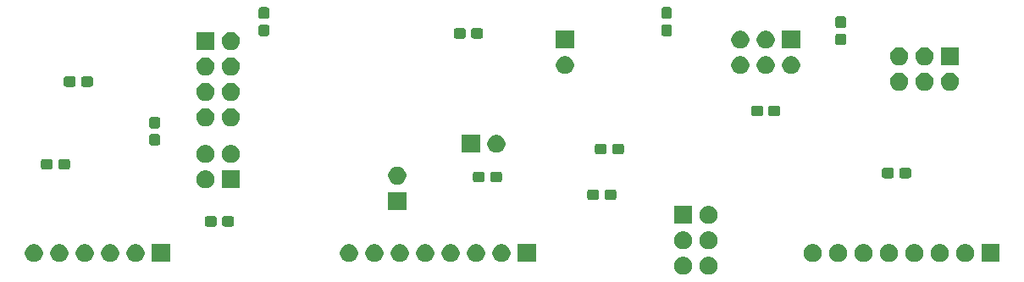
<source format=gbs>
G04 #@! TF.GenerationSoftware,KiCad,Pcbnew,(5.1.5)-3*
G04 #@! TF.CreationDate,2021-03-15T11:57:00-05:00*
G04 #@! TF.ProjectId,channel,6368616e-6e65-46c2-9e6b-696361645f70,rev?*
G04 #@! TF.SameCoordinates,Original*
G04 #@! TF.FileFunction,Soldermask,Bot*
G04 #@! TF.FilePolarity,Negative*
%FSLAX46Y46*%
G04 Gerber Fmt 4.6, Leading zero omitted, Abs format (unit mm)*
G04 Created by KiCad (PCBNEW (5.1.5)-3) date 2021-03-15 11:57:00*
%MOMM*%
%LPD*%
G04 APERTURE LIST*
%ADD10C,0.100000*%
G04 APERTURE END LIST*
D10*
G36*
X166759754Y-116354817D02*
G01*
X166923689Y-116422721D01*
X167071227Y-116521303D01*
X167196697Y-116646773D01*
X167295279Y-116794311D01*
X167363183Y-116958246D01*
X167397800Y-117132279D01*
X167397800Y-117309721D01*
X167363183Y-117483754D01*
X167295279Y-117647689D01*
X167196697Y-117795227D01*
X167071227Y-117920697D01*
X166923689Y-118019279D01*
X166759754Y-118087183D01*
X166585721Y-118121800D01*
X166408279Y-118121800D01*
X166234246Y-118087183D01*
X166070311Y-118019279D01*
X165922773Y-117920697D01*
X165797303Y-117795227D01*
X165698721Y-117647689D01*
X165630817Y-117483754D01*
X165596200Y-117309721D01*
X165596200Y-117132279D01*
X165630817Y-116958246D01*
X165698721Y-116794311D01*
X165797303Y-116646773D01*
X165922773Y-116521303D01*
X166070311Y-116422721D01*
X166234246Y-116354817D01*
X166408279Y-116320200D01*
X166585721Y-116320200D01*
X166759754Y-116354817D01*
G37*
G36*
X164219754Y-116354817D02*
G01*
X164383689Y-116422721D01*
X164531227Y-116521303D01*
X164656697Y-116646773D01*
X164755279Y-116794311D01*
X164823183Y-116958246D01*
X164857800Y-117132279D01*
X164857800Y-117309721D01*
X164823183Y-117483754D01*
X164755279Y-117647689D01*
X164656697Y-117795227D01*
X164531227Y-117920697D01*
X164383689Y-118019279D01*
X164219754Y-118087183D01*
X164045721Y-118121800D01*
X163868279Y-118121800D01*
X163694246Y-118087183D01*
X163530311Y-118019279D01*
X163382773Y-117920697D01*
X163257303Y-117795227D01*
X163158721Y-117647689D01*
X163090817Y-117483754D01*
X163056200Y-117309721D01*
X163056200Y-117132279D01*
X163090817Y-116958246D01*
X163158721Y-116794311D01*
X163257303Y-116646773D01*
X163382773Y-116521303D01*
X163530311Y-116422721D01*
X163694246Y-116354817D01*
X163868279Y-116320200D01*
X164045721Y-116320200D01*
X164219754Y-116354817D01*
G37*
G36*
X99322754Y-115084817D02*
G01*
X99486689Y-115152721D01*
X99634227Y-115251303D01*
X99759697Y-115376773D01*
X99858279Y-115524311D01*
X99926183Y-115688246D01*
X99960800Y-115862279D01*
X99960800Y-116039721D01*
X99926183Y-116213754D01*
X99858279Y-116377689D01*
X99759697Y-116525227D01*
X99634227Y-116650697D01*
X99486689Y-116749279D01*
X99322754Y-116817183D01*
X99148721Y-116851800D01*
X98971279Y-116851800D01*
X98797246Y-116817183D01*
X98633311Y-116749279D01*
X98485773Y-116650697D01*
X98360303Y-116525227D01*
X98261721Y-116377689D01*
X98193817Y-116213754D01*
X98159200Y-116039721D01*
X98159200Y-115862279D01*
X98193817Y-115688246D01*
X98261721Y-115524311D01*
X98360303Y-115376773D01*
X98485773Y-115251303D01*
X98633311Y-115152721D01*
X98797246Y-115084817D01*
X98971279Y-115050200D01*
X99148721Y-115050200D01*
X99322754Y-115084817D01*
G37*
G36*
X109482754Y-115084817D02*
G01*
X109646689Y-115152721D01*
X109794227Y-115251303D01*
X109919697Y-115376773D01*
X110018279Y-115524311D01*
X110086183Y-115688246D01*
X110120800Y-115862279D01*
X110120800Y-116039721D01*
X110086183Y-116213754D01*
X110018279Y-116377689D01*
X109919697Y-116525227D01*
X109794227Y-116650697D01*
X109646689Y-116749279D01*
X109482754Y-116817183D01*
X109308721Y-116851800D01*
X109131279Y-116851800D01*
X108957246Y-116817183D01*
X108793311Y-116749279D01*
X108645773Y-116650697D01*
X108520303Y-116525227D01*
X108421721Y-116377689D01*
X108353817Y-116213754D01*
X108319200Y-116039721D01*
X108319200Y-115862279D01*
X108353817Y-115688246D01*
X108421721Y-115524311D01*
X108520303Y-115376773D01*
X108645773Y-115251303D01*
X108793311Y-115152721D01*
X108957246Y-115084817D01*
X109131279Y-115050200D01*
X109308721Y-115050200D01*
X109482754Y-115084817D01*
G37*
G36*
X112660800Y-116851800D02*
G01*
X110859200Y-116851800D01*
X110859200Y-115050200D01*
X112660800Y-115050200D01*
X112660800Y-116851800D01*
G37*
G36*
X130818754Y-115084817D02*
G01*
X130982689Y-115152721D01*
X131130227Y-115251303D01*
X131255697Y-115376773D01*
X131354279Y-115524311D01*
X131422183Y-115688246D01*
X131456800Y-115862279D01*
X131456800Y-116039721D01*
X131422183Y-116213754D01*
X131354279Y-116377689D01*
X131255697Y-116525227D01*
X131130227Y-116650697D01*
X130982689Y-116749279D01*
X130818754Y-116817183D01*
X130644721Y-116851800D01*
X130467279Y-116851800D01*
X130293246Y-116817183D01*
X130129311Y-116749279D01*
X129981773Y-116650697D01*
X129856303Y-116525227D01*
X129757721Y-116377689D01*
X129689817Y-116213754D01*
X129655200Y-116039721D01*
X129655200Y-115862279D01*
X129689817Y-115688246D01*
X129757721Y-115524311D01*
X129856303Y-115376773D01*
X129981773Y-115251303D01*
X130129311Y-115152721D01*
X130293246Y-115084817D01*
X130467279Y-115050200D01*
X130644721Y-115050200D01*
X130818754Y-115084817D01*
G37*
G36*
X133358754Y-115084817D02*
G01*
X133522689Y-115152721D01*
X133670227Y-115251303D01*
X133795697Y-115376773D01*
X133894279Y-115524311D01*
X133962183Y-115688246D01*
X133996800Y-115862279D01*
X133996800Y-116039721D01*
X133962183Y-116213754D01*
X133894279Y-116377689D01*
X133795697Y-116525227D01*
X133670227Y-116650697D01*
X133522689Y-116749279D01*
X133358754Y-116817183D01*
X133184721Y-116851800D01*
X133007279Y-116851800D01*
X132833246Y-116817183D01*
X132669311Y-116749279D01*
X132521773Y-116650697D01*
X132396303Y-116525227D01*
X132297721Y-116377689D01*
X132229817Y-116213754D01*
X132195200Y-116039721D01*
X132195200Y-115862279D01*
X132229817Y-115688246D01*
X132297721Y-115524311D01*
X132396303Y-115376773D01*
X132521773Y-115251303D01*
X132669311Y-115152721D01*
X132833246Y-115084817D01*
X133007279Y-115050200D01*
X133184721Y-115050200D01*
X133358754Y-115084817D01*
G37*
G36*
X135898754Y-115084817D02*
G01*
X136062689Y-115152721D01*
X136210227Y-115251303D01*
X136335697Y-115376773D01*
X136434279Y-115524311D01*
X136502183Y-115688246D01*
X136536800Y-115862279D01*
X136536800Y-116039721D01*
X136502183Y-116213754D01*
X136434279Y-116377689D01*
X136335697Y-116525227D01*
X136210227Y-116650697D01*
X136062689Y-116749279D01*
X135898754Y-116817183D01*
X135724721Y-116851800D01*
X135547279Y-116851800D01*
X135373246Y-116817183D01*
X135209311Y-116749279D01*
X135061773Y-116650697D01*
X134936303Y-116525227D01*
X134837721Y-116377689D01*
X134769817Y-116213754D01*
X134735200Y-116039721D01*
X134735200Y-115862279D01*
X134769817Y-115688246D01*
X134837721Y-115524311D01*
X134936303Y-115376773D01*
X135061773Y-115251303D01*
X135209311Y-115152721D01*
X135373246Y-115084817D01*
X135547279Y-115050200D01*
X135724721Y-115050200D01*
X135898754Y-115084817D01*
G37*
G36*
X138438754Y-115084817D02*
G01*
X138602689Y-115152721D01*
X138750227Y-115251303D01*
X138875697Y-115376773D01*
X138974279Y-115524311D01*
X139042183Y-115688246D01*
X139076800Y-115862279D01*
X139076800Y-116039721D01*
X139042183Y-116213754D01*
X138974279Y-116377689D01*
X138875697Y-116525227D01*
X138750227Y-116650697D01*
X138602689Y-116749279D01*
X138438754Y-116817183D01*
X138264721Y-116851800D01*
X138087279Y-116851800D01*
X137913246Y-116817183D01*
X137749311Y-116749279D01*
X137601773Y-116650697D01*
X137476303Y-116525227D01*
X137377721Y-116377689D01*
X137309817Y-116213754D01*
X137275200Y-116039721D01*
X137275200Y-115862279D01*
X137309817Y-115688246D01*
X137377721Y-115524311D01*
X137476303Y-115376773D01*
X137601773Y-115251303D01*
X137749311Y-115152721D01*
X137913246Y-115084817D01*
X138087279Y-115050200D01*
X138264721Y-115050200D01*
X138438754Y-115084817D01*
G37*
G36*
X140978754Y-115084817D02*
G01*
X141142689Y-115152721D01*
X141290227Y-115251303D01*
X141415697Y-115376773D01*
X141514279Y-115524311D01*
X141582183Y-115688246D01*
X141616800Y-115862279D01*
X141616800Y-116039721D01*
X141582183Y-116213754D01*
X141514279Y-116377689D01*
X141415697Y-116525227D01*
X141290227Y-116650697D01*
X141142689Y-116749279D01*
X140978754Y-116817183D01*
X140804721Y-116851800D01*
X140627279Y-116851800D01*
X140453246Y-116817183D01*
X140289311Y-116749279D01*
X140141773Y-116650697D01*
X140016303Y-116525227D01*
X139917721Y-116377689D01*
X139849817Y-116213754D01*
X139815200Y-116039721D01*
X139815200Y-115862279D01*
X139849817Y-115688246D01*
X139917721Y-115524311D01*
X140016303Y-115376773D01*
X140141773Y-115251303D01*
X140289311Y-115152721D01*
X140453246Y-115084817D01*
X140627279Y-115050200D01*
X140804721Y-115050200D01*
X140978754Y-115084817D01*
G37*
G36*
X143518754Y-115084817D02*
G01*
X143682689Y-115152721D01*
X143830227Y-115251303D01*
X143955697Y-115376773D01*
X144054279Y-115524311D01*
X144122183Y-115688246D01*
X144156800Y-115862279D01*
X144156800Y-116039721D01*
X144122183Y-116213754D01*
X144054279Y-116377689D01*
X143955697Y-116525227D01*
X143830227Y-116650697D01*
X143682689Y-116749279D01*
X143518754Y-116817183D01*
X143344721Y-116851800D01*
X143167279Y-116851800D01*
X142993246Y-116817183D01*
X142829311Y-116749279D01*
X142681773Y-116650697D01*
X142556303Y-116525227D01*
X142457721Y-116377689D01*
X142389817Y-116213754D01*
X142355200Y-116039721D01*
X142355200Y-115862279D01*
X142389817Y-115688246D01*
X142457721Y-115524311D01*
X142556303Y-115376773D01*
X142681773Y-115251303D01*
X142829311Y-115152721D01*
X142993246Y-115084817D01*
X143167279Y-115050200D01*
X143344721Y-115050200D01*
X143518754Y-115084817D01*
G37*
G36*
X146058754Y-115084817D02*
G01*
X146222689Y-115152721D01*
X146370227Y-115251303D01*
X146495697Y-115376773D01*
X146594279Y-115524311D01*
X146662183Y-115688246D01*
X146696800Y-115862279D01*
X146696800Y-116039721D01*
X146662183Y-116213754D01*
X146594279Y-116377689D01*
X146495697Y-116525227D01*
X146370227Y-116650697D01*
X146222689Y-116749279D01*
X146058754Y-116817183D01*
X145884721Y-116851800D01*
X145707279Y-116851800D01*
X145533246Y-116817183D01*
X145369311Y-116749279D01*
X145221773Y-116650697D01*
X145096303Y-116525227D01*
X144997721Y-116377689D01*
X144929817Y-116213754D01*
X144895200Y-116039721D01*
X144895200Y-115862279D01*
X144929817Y-115688246D01*
X144997721Y-115524311D01*
X145096303Y-115376773D01*
X145221773Y-115251303D01*
X145369311Y-115152721D01*
X145533246Y-115084817D01*
X145707279Y-115050200D01*
X145884721Y-115050200D01*
X146058754Y-115084817D01*
G37*
G36*
X149236800Y-116851800D02*
G01*
X147435200Y-116851800D01*
X147435200Y-115050200D01*
X149236800Y-115050200D01*
X149236800Y-116851800D01*
G37*
G36*
X101862754Y-115084817D02*
G01*
X102026689Y-115152721D01*
X102174227Y-115251303D01*
X102299697Y-115376773D01*
X102398279Y-115524311D01*
X102466183Y-115688246D01*
X102500800Y-115862279D01*
X102500800Y-116039721D01*
X102466183Y-116213754D01*
X102398279Y-116377689D01*
X102299697Y-116525227D01*
X102174227Y-116650697D01*
X102026689Y-116749279D01*
X101862754Y-116817183D01*
X101688721Y-116851800D01*
X101511279Y-116851800D01*
X101337246Y-116817183D01*
X101173311Y-116749279D01*
X101025773Y-116650697D01*
X100900303Y-116525227D01*
X100801721Y-116377689D01*
X100733817Y-116213754D01*
X100699200Y-116039721D01*
X100699200Y-115862279D01*
X100733817Y-115688246D01*
X100801721Y-115524311D01*
X100900303Y-115376773D01*
X101025773Y-115251303D01*
X101173311Y-115152721D01*
X101337246Y-115084817D01*
X101511279Y-115050200D01*
X101688721Y-115050200D01*
X101862754Y-115084817D01*
G37*
G36*
X177173754Y-115084817D02*
G01*
X177337689Y-115152721D01*
X177485227Y-115251303D01*
X177610697Y-115376773D01*
X177709279Y-115524311D01*
X177777183Y-115688246D01*
X177811800Y-115862279D01*
X177811800Y-116039721D01*
X177777183Y-116213754D01*
X177709279Y-116377689D01*
X177610697Y-116525227D01*
X177485227Y-116650697D01*
X177337689Y-116749279D01*
X177173754Y-116817183D01*
X176999721Y-116851800D01*
X176822279Y-116851800D01*
X176648246Y-116817183D01*
X176484311Y-116749279D01*
X176336773Y-116650697D01*
X176211303Y-116525227D01*
X176112721Y-116377689D01*
X176044817Y-116213754D01*
X176010200Y-116039721D01*
X176010200Y-115862279D01*
X176044817Y-115688246D01*
X176112721Y-115524311D01*
X176211303Y-115376773D01*
X176336773Y-115251303D01*
X176484311Y-115152721D01*
X176648246Y-115084817D01*
X176822279Y-115050200D01*
X176999721Y-115050200D01*
X177173754Y-115084817D01*
G37*
G36*
X179713754Y-115084817D02*
G01*
X179877689Y-115152721D01*
X180025227Y-115251303D01*
X180150697Y-115376773D01*
X180249279Y-115524311D01*
X180317183Y-115688246D01*
X180351800Y-115862279D01*
X180351800Y-116039721D01*
X180317183Y-116213754D01*
X180249279Y-116377689D01*
X180150697Y-116525227D01*
X180025227Y-116650697D01*
X179877689Y-116749279D01*
X179713754Y-116817183D01*
X179539721Y-116851800D01*
X179362279Y-116851800D01*
X179188246Y-116817183D01*
X179024311Y-116749279D01*
X178876773Y-116650697D01*
X178751303Y-116525227D01*
X178652721Y-116377689D01*
X178584817Y-116213754D01*
X178550200Y-116039721D01*
X178550200Y-115862279D01*
X178584817Y-115688246D01*
X178652721Y-115524311D01*
X178751303Y-115376773D01*
X178876773Y-115251303D01*
X179024311Y-115152721D01*
X179188246Y-115084817D01*
X179362279Y-115050200D01*
X179539721Y-115050200D01*
X179713754Y-115084817D01*
G37*
G36*
X182253754Y-115084817D02*
G01*
X182417689Y-115152721D01*
X182565227Y-115251303D01*
X182690697Y-115376773D01*
X182789279Y-115524311D01*
X182857183Y-115688246D01*
X182891800Y-115862279D01*
X182891800Y-116039721D01*
X182857183Y-116213754D01*
X182789279Y-116377689D01*
X182690697Y-116525227D01*
X182565227Y-116650697D01*
X182417689Y-116749279D01*
X182253754Y-116817183D01*
X182079721Y-116851800D01*
X181902279Y-116851800D01*
X181728246Y-116817183D01*
X181564311Y-116749279D01*
X181416773Y-116650697D01*
X181291303Y-116525227D01*
X181192721Y-116377689D01*
X181124817Y-116213754D01*
X181090200Y-116039721D01*
X181090200Y-115862279D01*
X181124817Y-115688246D01*
X181192721Y-115524311D01*
X181291303Y-115376773D01*
X181416773Y-115251303D01*
X181564311Y-115152721D01*
X181728246Y-115084817D01*
X181902279Y-115050200D01*
X182079721Y-115050200D01*
X182253754Y-115084817D01*
G37*
G36*
X184793754Y-115084817D02*
G01*
X184957689Y-115152721D01*
X185105227Y-115251303D01*
X185230697Y-115376773D01*
X185329279Y-115524311D01*
X185397183Y-115688246D01*
X185431800Y-115862279D01*
X185431800Y-116039721D01*
X185397183Y-116213754D01*
X185329279Y-116377689D01*
X185230697Y-116525227D01*
X185105227Y-116650697D01*
X184957689Y-116749279D01*
X184793754Y-116817183D01*
X184619721Y-116851800D01*
X184442279Y-116851800D01*
X184268246Y-116817183D01*
X184104311Y-116749279D01*
X183956773Y-116650697D01*
X183831303Y-116525227D01*
X183732721Y-116377689D01*
X183664817Y-116213754D01*
X183630200Y-116039721D01*
X183630200Y-115862279D01*
X183664817Y-115688246D01*
X183732721Y-115524311D01*
X183831303Y-115376773D01*
X183956773Y-115251303D01*
X184104311Y-115152721D01*
X184268246Y-115084817D01*
X184442279Y-115050200D01*
X184619721Y-115050200D01*
X184793754Y-115084817D01*
G37*
G36*
X187333754Y-115084817D02*
G01*
X187497689Y-115152721D01*
X187645227Y-115251303D01*
X187770697Y-115376773D01*
X187869279Y-115524311D01*
X187937183Y-115688246D01*
X187971800Y-115862279D01*
X187971800Y-116039721D01*
X187937183Y-116213754D01*
X187869279Y-116377689D01*
X187770697Y-116525227D01*
X187645227Y-116650697D01*
X187497689Y-116749279D01*
X187333754Y-116817183D01*
X187159721Y-116851800D01*
X186982279Y-116851800D01*
X186808246Y-116817183D01*
X186644311Y-116749279D01*
X186496773Y-116650697D01*
X186371303Y-116525227D01*
X186272721Y-116377689D01*
X186204817Y-116213754D01*
X186170200Y-116039721D01*
X186170200Y-115862279D01*
X186204817Y-115688246D01*
X186272721Y-115524311D01*
X186371303Y-115376773D01*
X186496773Y-115251303D01*
X186644311Y-115152721D01*
X186808246Y-115084817D01*
X186982279Y-115050200D01*
X187159721Y-115050200D01*
X187333754Y-115084817D01*
G37*
G36*
X189873754Y-115084817D02*
G01*
X190037689Y-115152721D01*
X190185227Y-115251303D01*
X190310697Y-115376773D01*
X190409279Y-115524311D01*
X190477183Y-115688246D01*
X190511800Y-115862279D01*
X190511800Y-116039721D01*
X190477183Y-116213754D01*
X190409279Y-116377689D01*
X190310697Y-116525227D01*
X190185227Y-116650697D01*
X190037689Y-116749279D01*
X189873754Y-116817183D01*
X189699721Y-116851800D01*
X189522279Y-116851800D01*
X189348246Y-116817183D01*
X189184311Y-116749279D01*
X189036773Y-116650697D01*
X188911303Y-116525227D01*
X188812721Y-116377689D01*
X188744817Y-116213754D01*
X188710200Y-116039721D01*
X188710200Y-115862279D01*
X188744817Y-115688246D01*
X188812721Y-115524311D01*
X188911303Y-115376773D01*
X189036773Y-115251303D01*
X189184311Y-115152721D01*
X189348246Y-115084817D01*
X189522279Y-115050200D01*
X189699721Y-115050200D01*
X189873754Y-115084817D01*
G37*
G36*
X192413754Y-115084817D02*
G01*
X192577689Y-115152721D01*
X192725227Y-115251303D01*
X192850697Y-115376773D01*
X192949279Y-115524311D01*
X193017183Y-115688246D01*
X193051800Y-115862279D01*
X193051800Y-116039721D01*
X193017183Y-116213754D01*
X192949279Y-116377689D01*
X192850697Y-116525227D01*
X192725227Y-116650697D01*
X192577689Y-116749279D01*
X192413754Y-116817183D01*
X192239721Y-116851800D01*
X192062279Y-116851800D01*
X191888246Y-116817183D01*
X191724311Y-116749279D01*
X191576773Y-116650697D01*
X191451303Y-116525227D01*
X191352721Y-116377689D01*
X191284817Y-116213754D01*
X191250200Y-116039721D01*
X191250200Y-115862279D01*
X191284817Y-115688246D01*
X191352721Y-115524311D01*
X191451303Y-115376773D01*
X191576773Y-115251303D01*
X191724311Y-115152721D01*
X191888246Y-115084817D01*
X192062279Y-115050200D01*
X192239721Y-115050200D01*
X192413754Y-115084817D01*
G37*
G36*
X195591800Y-116851800D02*
G01*
X193790200Y-116851800D01*
X193790200Y-115050200D01*
X195591800Y-115050200D01*
X195591800Y-116851800D01*
G37*
G36*
X104402754Y-115084817D02*
G01*
X104566689Y-115152721D01*
X104714227Y-115251303D01*
X104839697Y-115376773D01*
X104938279Y-115524311D01*
X105006183Y-115688246D01*
X105040800Y-115862279D01*
X105040800Y-116039721D01*
X105006183Y-116213754D01*
X104938279Y-116377689D01*
X104839697Y-116525227D01*
X104714227Y-116650697D01*
X104566689Y-116749279D01*
X104402754Y-116817183D01*
X104228721Y-116851800D01*
X104051279Y-116851800D01*
X103877246Y-116817183D01*
X103713311Y-116749279D01*
X103565773Y-116650697D01*
X103440303Y-116525227D01*
X103341721Y-116377689D01*
X103273817Y-116213754D01*
X103239200Y-116039721D01*
X103239200Y-115862279D01*
X103273817Y-115688246D01*
X103341721Y-115524311D01*
X103440303Y-115376773D01*
X103565773Y-115251303D01*
X103713311Y-115152721D01*
X103877246Y-115084817D01*
X104051279Y-115050200D01*
X104228721Y-115050200D01*
X104402754Y-115084817D01*
G37*
G36*
X106942754Y-115084817D02*
G01*
X107106689Y-115152721D01*
X107254227Y-115251303D01*
X107379697Y-115376773D01*
X107478279Y-115524311D01*
X107546183Y-115688246D01*
X107580800Y-115862279D01*
X107580800Y-116039721D01*
X107546183Y-116213754D01*
X107478279Y-116377689D01*
X107379697Y-116525227D01*
X107254227Y-116650697D01*
X107106689Y-116749279D01*
X106942754Y-116817183D01*
X106768721Y-116851800D01*
X106591279Y-116851800D01*
X106417246Y-116817183D01*
X106253311Y-116749279D01*
X106105773Y-116650697D01*
X105980303Y-116525227D01*
X105881721Y-116377689D01*
X105813817Y-116213754D01*
X105779200Y-116039721D01*
X105779200Y-115862279D01*
X105813817Y-115688246D01*
X105881721Y-115524311D01*
X105980303Y-115376773D01*
X106105773Y-115251303D01*
X106253311Y-115152721D01*
X106417246Y-115084817D01*
X106591279Y-115050200D01*
X106768721Y-115050200D01*
X106942754Y-115084817D01*
G37*
G36*
X164219754Y-113814817D02*
G01*
X164383689Y-113882721D01*
X164531227Y-113981303D01*
X164656697Y-114106773D01*
X164755279Y-114254311D01*
X164823183Y-114418246D01*
X164857800Y-114592279D01*
X164857800Y-114769721D01*
X164823183Y-114943754D01*
X164755279Y-115107689D01*
X164656697Y-115255227D01*
X164531227Y-115380697D01*
X164383689Y-115479279D01*
X164219754Y-115547183D01*
X164045721Y-115581800D01*
X163868279Y-115581800D01*
X163694246Y-115547183D01*
X163530311Y-115479279D01*
X163382773Y-115380697D01*
X163257303Y-115255227D01*
X163158721Y-115107689D01*
X163090817Y-114943754D01*
X163056200Y-114769721D01*
X163056200Y-114592279D01*
X163090817Y-114418246D01*
X163158721Y-114254311D01*
X163257303Y-114106773D01*
X163382773Y-113981303D01*
X163530311Y-113882721D01*
X163694246Y-113814817D01*
X163868279Y-113780200D01*
X164045721Y-113780200D01*
X164219754Y-113814817D01*
G37*
G36*
X166759754Y-113814817D02*
G01*
X166923689Y-113882721D01*
X167071227Y-113981303D01*
X167196697Y-114106773D01*
X167295279Y-114254311D01*
X167363183Y-114418246D01*
X167397800Y-114592279D01*
X167397800Y-114769721D01*
X167363183Y-114943754D01*
X167295279Y-115107689D01*
X167196697Y-115255227D01*
X167071227Y-115380697D01*
X166923689Y-115479279D01*
X166759754Y-115547183D01*
X166585721Y-115581800D01*
X166408279Y-115581800D01*
X166234246Y-115547183D01*
X166070311Y-115479279D01*
X165922773Y-115380697D01*
X165797303Y-115255227D01*
X165698721Y-115107689D01*
X165630817Y-114943754D01*
X165596200Y-114769721D01*
X165596200Y-114592279D01*
X165630817Y-114418246D01*
X165698721Y-114254311D01*
X165797303Y-114106773D01*
X165922773Y-113981303D01*
X166070311Y-113882721D01*
X166234246Y-113814817D01*
X166408279Y-113780200D01*
X166585721Y-113780200D01*
X166759754Y-113814817D01*
G37*
G36*
X118861464Y-112255006D02*
G01*
X118906004Y-112268517D01*
X118947046Y-112290455D01*
X118983021Y-112319979D01*
X119012545Y-112355954D01*
X119034483Y-112396996D01*
X119047994Y-112441536D01*
X119052800Y-112490333D01*
X119052800Y-113061667D01*
X119047994Y-113110464D01*
X119034483Y-113155004D01*
X119012545Y-113196046D01*
X118983021Y-113232021D01*
X118947046Y-113261545D01*
X118906004Y-113283483D01*
X118861464Y-113296994D01*
X118812667Y-113301800D01*
X118116333Y-113301800D01*
X118067536Y-113296994D01*
X118022996Y-113283483D01*
X117981954Y-113261545D01*
X117945979Y-113232021D01*
X117916455Y-113196046D01*
X117894517Y-113155004D01*
X117881006Y-113110464D01*
X117876200Y-113061667D01*
X117876200Y-112490333D01*
X117881006Y-112441536D01*
X117894517Y-112396996D01*
X117916455Y-112355954D01*
X117945979Y-112319979D01*
X117981954Y-112290455D01*
X118022996Y-112268517D01*
X118067536Y-112255006D01*
X118116333Y-112250200D01*
X118812667Y-112250200D01*
X118861464Y-112255006D01*
G37*
G36*
X117136464Y-112255006D02*
G01*
X117181004Y-112268517D01*
X117222046Y-112290455D01*
X117258021Y-112319979D01*
X117287545Y-112355954D01*
X117309483Y-112396996D01*
X117322994Y-112441536D01*
X117327800Y-112490333D01*
X117327800Y-113061667D01*
X117322994Y-113110464D01*
X117309483Y-113155004D01*
X117287545Y-113196046D01*
X117258021Y-113232021D01*
X117222046Y-113261545D01*
X117181004Y-113283483D01*
X117136464Y-113296994D01*
X117087667Y-113301800D01*
X116391333Y-113301800D01*
X116342536Y-113296994D01*
X116297996Y-113283483D01*
X116256954Y-113261545D01*
X116220979Y-113232021D01*
X116191455Y-113196046D01*
X116169517Y-113155004D01*
X116156006Y-113110464D01*
X116151200Y-113061667D01*
X116151200Y-112490333D01*
X116156006Y-112441536D01*
X116169517Y-112396996D01*
X116191455Y-112355954D01*
X116220979Y-112319979D01*
X116256954Y-112290455D01*
X116297996Y-112268517D01*
X116342536Y-112255006D01*
X116391333Y-112250200D01*
X117087667Y-112250200D01*
X117136464Y-112255006D01*
G37*
G36*
X164857800Y-113041800D02*
G01*
X163056200Y-113041800D01*
X163056200Y-111240200D01*
X164857800Y-111240200D01*
X164857800Y-113041800D01*
G37*
G36*
X166759754Y-111274817D02*
G01*
X166923689Y-111342721D01*
X167071227Y-111441303D01*
X167196697Y-111566773D01*
X167295279Y-111714311D01*
X167363183Y-111878246D01*
X167397800Y-112052279D01*
X167397800Y-112229721D01*
X167363183Y-112403754D01*
X167295279Y-112567689D01*
X167196697Y-112715227D01*
X167071227Y-112840697D01*
X166923689Y-112939279D01*
X166759754Y-113007183D01*
X166585721Y-113041800D01*
X166408279Y-113041800D01*
X166234246Y-113007183D01*
X166070311Y-112939279D01*
X165922773Y-112840697D01*
X165797303Y-112715227D01*
X165698721Y-112567689D01*
X165630817Y-112403754D01*
X165596200Y-112229721D01*
X165596200Y-112052279D01*
X165630817Y-111878246D01*
X165698721Y-111714311D01*
X165797303Y-111566773D01*
X165922773Y-111441303D01*
X166070311Y-111342721D01*
X166234246Y-111274817D01*
X166408279Y-111240200D01*
X166585721Y-111240200D01*
X166759754Y-111274817D01*
G37*
G36*
X136282800Y-111644800D02*
G01*
X134481200Y-111644800D01*
X134481200Y-109843200D01*
X136282800Y-109843200D01*
X136282800Y-111644800D01*
G37*
G36*
X155363464Y-109588006D02*
G01*
X155408004Y-109601517D01*
X155449046Y-109623455D01*
X155485021Y-109652979D01*
X155514545Y-109688954D01*
X155536483Y-109729996D01*
X155549994Y-109774536D01*
X155554800Y-109823333D01*
X155554800Y-110394667D01*
X155549994Y-110443464D01*
X155536483Y-110488004D01*
X155514545Y-110529046D01*
X155485021Y-110565021D01*
X155449046Y-110594545D01*
X155408004Y-110616483D01*
X155363464Y-110629994D01*
X155314667Y-110634800D01*
X154618333Y-110634800D01*
X154569536Y-110629994D01*
X154524996Y-110616483D01*
X154483954Y-110594545D01*
X154447979Y-110565021D01*
X154418455Y-110529046D01*
X154396517Y-110488004D01*
X154383006Y-110443464D01*
X154378200Y-110394667D01*
X154378200Y-109823333D01*
X154383006Y-109774536D01*
X154396517Y-109729996D01*
X154418455Y-109688954D01*
X154447979Y-109652979D01*
X154483954Y-109623455D01*
X154524996Y-109601517D01*
X154569536Y-109588006D01*
X154618333Y-109583200D01*
X155314667Y-109583200D01*
X155363464Y-109588006D01*
G37*
G36*
X157088464Y-109588006D02*
G01*
X157133004Y-109601517D01*
X157174046Y-109623455D01*
X157210021Y-109652979D01*
X157239545Y-109688954D01*
X157261483Y-109729996D01*
X157274994Y-109774536D01*
X157279800Y-109823333D01*
X157279800Y-110394667D01*
X157274994Y-110443464D01*
X157261483Y-110488004D01*
X157239545Y-110529046D01*
X157210021Y-110565021D01*
X157174046Y-110594545D01*
X157133004Y-110616483D01*
X157088464Y-110629994D01*
X157039667Y-110634800D01*
X156343333Y-110634800D01*
X156294536Y-110629994D01*
X156249996Y-110616483D01*
X156208954Y-110594545D01*
X156172979Y-110565021D01*
X156143455Y-110529046D01*
X156121517Y-110488004D01*
X156108006Y-110443464D01*
X156103200Y-110394667D01*
X156103200Y-109823333D01*
X156108006Y-109774536D01*
X156121517Y-109729996D01*
X156143455Y-109688954D01*
X156172979Y-109652979D01*
X156208954Y-109623455D01*
X156249996Y-109601517D01*
X156294536Y-109588006D01*
X156343333Y-109583200D01*
X157039667Y-109583200D01*
X157088464Y-109588006D01*
G37*
G36*
X119645800Y-109485800D02*
G01*
X117844200Y-109485800D01*
X117844200Y-107684200D01*
X119645800Y-107684200D01*
X119645800Y-109485800D01*
G37*
G36*
X116467754Y-107718817D02*
G01*
X116631689Y-107786721D01*
X116779227Y-107885303D01*
X116904697Y-108010773D01*
X117003279Y-108158311D01*
X117071183Y-108322246D01*
X117105800Y-108496279D01*
X117105800Y-108673721D01*
X117071183Y-108847754D01*
X117003279Y-109011689D01*
X116904697Y-109159227D01*
X116779227Y-109284697D01*
X116631689Y-109383279D01*
X116467754Y-109451183D01*
X116293721Y-109485800D01*
X116116279Y-109485800D01*
X115942246Y-109451183D01*
X115778311Y-109383279D01*
X115630773Y-109284697D01*
X115505303Y-109159227D01*
X115406721Y-109011689D01*
X115338817Y-108847754D01*
X115304200Y-108673721D01*
X115304200Y-108496279D01*
X115338817Y-108322246D01*
X115406721Y-108158311D01*
X115505303Y-108010773D01*
X115630773Y-107885303D01*
X115778311Y-107786721D01*
X115942246Y-107718817D01*
X116116279Y-107684200D01*
X116293721Y-107684200D01*
X116467754Y-107718817D01*
G37*
G36*
X135644754Y-107337817D02*
G01*
X135808689Y-107405721D01*
X135956227Y-107504303D01*
X136081697Y-107629773D01*
X136180279Y-107777311D01*
X136248183Y-107941246D01*
X136282800Y-108115279D01*
X136282800Y-108292721D01*
X136248183Y-108466754D01*
X136180279Y-108630689D01*
X136081697Y-108778227D01*
X135956227Y-108903697D01*
X135808689Y-109002279D01*
X135644754Y-109070183D01*
X135470721Y-109104800D01*
X135293279Y-109104800D01*
X135119246Y-109070183D01*
X134955311Y-109002279D01*
X134807773Y-108903697D01*
X134682303Y-108778227D01*
X134583721Y-108630689D01*
X134515817Y-108466754D01*
X134481200Y-108292721D01*
X134481200Y-108115279D01*
X134515817Y-107941246D01*
X134583721Y-107777311D01*
X134682303Y-107629773D01*
X134807773Y-107504303D01*
X134955311Y-107405721D01*
X135119246Y-107337817D01*
X135293279Y-107303200D01*
X135470721Y-107303200D01*
X135644754Y-107337817D01*
G37*
G36*
X145658464Y-107810006D02*
G01*
X145703004Y-107823517D01*
X145744046Y-107845455D01*
X145780021Y-107874979D01*
X145809545Y-107910954D01*
X145831483Y-107951996D01*
X145844994Y-107996536D01*
X145849800Y-108045333D01*
X145849800Y-108616667D01*
X145844994Y-108665464D01*
X145831483Y-108710004D01*
X145809545Y-108751046D01*
X145780021Y-108787021D01*
X145744046Y-108816545D01*
X145703004Y-108838483D01*
X145658464Y-108851994D01*
X145609667Y-108856800D01*
X144913333Y-108856800D01*
X144864536Y-108851994D01*
X144819996Y-108838483D01*
X144778954Y-108816545D01*
X144742979Y-108787021D01*
X144713455Y-108751046D01*
X144691517Y-108710004D01*
X144678006Y-108665464D01*
X144673200Y-108616667D01*
X144673200Y-108045333D01*
X144678006Y-107996536D01*
X144691517Y-107951996D01*
X144713455Y-107910954D01*
X144742979Y-107874979D01*
X144778954Y-107845455D01*
X144819996Y-107823517D01*
X144864536Y-107810006D01*
X144913333Y-107805200D01*
X145609667Y-107805200D01*
X145658464Y-107810006D01*
G37*
G36*
X143933464Y-107810006D02*
G01*
X143978004Y-107823517D01*
X144019046Y-107845455D01*
X144055021Y-107874979D01*
X144084545Y-107910954D01*
X144106483Y-107951996D01*
X144119994Y-107996536D01*
X144124800Y-108045333D01*
X144124800Y-108616667D01*
X144119994Y-108665464D01*
X144106483Y-108710004D01*
X144084545Y-108751046D01*
X144055021Y-108787021D01*
X144019046Y-108816545D01*
X143978004Y-108838483D01*
X143933464Y-108851994D01*
X143884667Y-108856800D01*
X143188333Y-108856800D01*
X143139536Y-108851994D01*
X143094996Y-108838483D01*
X143053954Y-108816545D01*
X143017979Y-108787021D01*
X142988455Y-108751046D01*
X142966517Y-108710004D01*
X142953006Y-108665464D01*
X142948200Y-108616667D01*
X142948200Y-108045333D01*
X142953006Y-107996536D01*
X142966517Y-107951996D01*
X142988455Y-107910954D01*
X143017979Y-107874979D01*
X143053954Y-107845455D01*
X143094996Y-107823517D01*
X143139536Y-107810006D01*
X143188333Y-107805200D01*
X143884667Y-107805200D01*
X143933464Y-107810006D01*
G37*
G36*
X184827464Y-107429006D02*
G01*
X184872004Y-107442517D01*
X184913046Y-107464455D01*
X184949021Y-107493979D01*
X184978545Y-107529954D01*
X185000483Y-107570996D01*
X185013994Y-107615536D01*
X185018800Y-107664333D01*
X185018800Y-108235667D01*
X185013994Y-108284464D01*
X185000483Y-108329004D01*
X184978545Y-108370046D01*
X184949021Y-108406021D01*
X184913046Y-108435545D01*
X184872004Y-108457483D01*
X184827464Y-108470994D01*
X184778667Y-108475800D01*
X184082333Y-108475800D01*
X184033536Y-108470994D01*
X183988996Y-108457483D01*
X183947954Y-108435545D01*
X183911979Y-108406021D01*
X183882455Y-108370046D01*
X183860517Y-108329004D01*
X183847006Y-108284464D01*
X183842200Y-108235667D01*
X183842200Y-107664333D01*
X183847006Y-107615536D01*
X183860517Y-107570996D01*
X183882455Y-107529954D01*
X183911979Y-107493979D01*
X183947954Y-107464455D01*
X183988996Y-107442517D01*
X184033536Y-107429006D01*
X184082333Y-107424200D01*
X184778667Y-107424200D01*
X184827464Y-107429006D01*
G37*
G36*
X186552464Y-107429006D02*
G01*
X186597004Y-107442517D01*
X186638046Y-107464455D01*
X186674021Y-107493979D01*
X186703545Y-107529954D01*
X186725483Y-107570996D01*
X186738994Y-107615536D01*
X186743800Y-107664333D01*
X186743800Y-108235667D01*
X186738994Y-108284464D01*
X186725483Y-108329004D01*
X186703545Y-108370046D01*
X186674021Y-108406021D01*
X186638046Y-108435545D01*
X186597004Y-108457483D01*
X186552464Y-108470994D01*
X186503667Y-108475800D01*
X185807333Y-108475800D01*
X185758536Y-108470994D01*
X185713996Y-108457483D01*
X185672954Y-108435545D01*
X185636979Y-108406021D01*
X185607455Y-108370046D01*
X185585517Y-108329004D01*
X185572006Y-108284464D01*
X185567200Y-108235667D01*
X185567200Y-107664333D01*
X185572006Y-107615536D01*
X185585517Y-107570996D01*
X185607455Y-107529954D01*
X185636979Y-107493979D01*
X185672954Y-107464455D01*
X185713996Y-107442517D01*
X185758536Y-107429006D01*
X185807333Y-107424200D01*
X186503667Y-107424200D01*
X186552464Y-107429006D01*
G37*
G36*
X102478464Y-106540006D02*
G01*
X102523004Y-106553517D01*
X102564046Y-106575455D01*
X102600021Y-106604979D01*
X102629545Y-106640954D01*
X102651483Y-106681996D01*
X102664994Y-106726536D01*
X102669800Y-106775333D01*
X102669800Y-107346667D01*
X102664994Y-107395464D01*
X102651483Y-107440004D01*
X102629545Y-107481046D01*
X102600021Y-107517021D01*
X102564046Y-107546545D01*
X102523004Y-107568483D01*
X102478464Y-107581994D01*
X102429667Y-107586800D01*
X101733333Y-107586800D01*
X101684536Y-107581994D01*
X101639996Y-107568483D01*
X101598954Y-107546545D01*
X101562979Y-107517021D01*
X101533455Y-107481046D01*
X101511517Y-107440004D01*
X101498006Y-107395464D01*
X101493200Y-107346667D01*
X101493200Y-106775333D01*
X101498006Y-106726536D01*
X101511517Y-106681996D01*
X101533455Y-106640954D01*
X101562979Y-106604979D01*
X101598954Y-106575455D01*
X101639996Y-106553517D01*
X101684536Y-106540006D01*
X101733333Y-106535200D01*
X102429667Y-106535200D01*
X102478464Y-106540006D01*
G37*
G36*
X100753464Y-106540006D02*
G01*
X100798004Y-106553517D01*
X100839046Y-106575455D01*
X100875021Y-106604979D01*
X100904545Y-106640954D01*
X100926483Y-106681996D01*
X100939994Y-106726536D01*
X100944800Y-106775333D01*
X100944800Y-107346667D01*
X100939994Y-107395464D01*
X100926483Y-107440004D01*
X100904545Y-107481046D01*
X100875021Y-107517021D01*
X100839046Y-107546545D01*
X100798004Y-107568483D01*
X100753464Y-107581994D01*
X100704667Y-107586800D01*
X100008333Y-107586800D01*
X99959536Y-107581994D01*
X99914996Y-107568483D01*
X99873954Y-107546545D01*
X99837979Y-107517021D01*
X99808455Y-107481046D01*
X99786517Y-107440004D01*
X99773006Y-107395464D01*
X99768200Y-107346667D01*
X99768200Y-106775333D01*
X99773006Y-106726536D01*
X99786517Y-106681996D01*
X99808455Y-106640954D01*
X99837979Y-106604979D01*
X99873954Y-106575455D01*
X99914996Y-106553517D01*
X99959536Y-106540006D01*
X100008333Y-106535200D01*
X100704667Y-106535200D01*
X100753464Y-106540006D01*
G37*
G36*
X116467754Y-105178817D02*
G01*
X116631689Y-105246721D01*
X116779227Y-105345303D01*
X116904697Y-105470773D01*
X117003279Y-105618311D01*
X117071183Y-105782246D01*
X117105800Y-105956279D01*
X117105800Y-106133721D01*
X117071183Y-106307754D01*
X117003279Y-106471689D01*
X116904697Y-106619227D01*
X116779227Y-106744697D01*
X116631689Y-106843279D01*
X116467754Y-106911183D01*
X116293721Y-106945800D01*
X116116279Y-106945800D01*
X115942246Y-106911183D01*
X115778311Y-106843279D01*
X115630773Y-106744697D01*
X115505303Y-106619227D01*
X115406721Y-106471689D01*
X115338817Y-106307754D01*
X115304200Y-106133721D01*
X115304200Y-105956279D01*
X115338817Y-105782246D01*
X115406721Y-105618311D01*
X115505303Y-105470773D01*
X115630773Y-105345303D01*
X115778311Y-105246721D01*
X115942246Y-105178817D01*
X116116279Y-105144200D01*
X116293721Y-105144200D01*
X116467754Y-105178817D01*
G37*
G36*
X119007754Y-105178817D02*
G01*
X119171689Y-105246721D01*
X119319227Y-105345303D01*
X119444697Y-105470773D01*
X119543279Y-105618311D01*
X119611183Y-105782246D01*
X119645800Y-105956279D01*
X119645800Y-106133721D01*
X119611183Y-106307754D01*
X119543279Y-106471689D01*
X119444697Y-106619227D01*
X119319227Y-106744697D01*
X119171689Y-106843279D01*
X119007754Y-106911183D01*
X118833721Y-106945800D01*
X118656279Y-106945800D01*
X118482246Y-106911183D01*
X118318311Y-106843279D01*
X118170773Y-106744697D01*
X118045303Y-106619227D01*
X117946721Y-106471689D01*
X117878817Y-106307754D01*
X117844200Y-106133721D01*
X117844200Y-105956279D01*
X117878817Y-105782246D01*
X117946721Y-105618311D01*
X118045303Y-105470773D01*
X118170773Y-105345303D01*
X118318311Y-105246721D01*
X118482246Y-105178817D01*
X118656279Y-105144200D01*
X118833721Y-105144200D01*
X119007754Y-105178817D01*
G37*
G36*
X156125464Y-105016006D02*
G01*
X156170004Y-105029517D01*
X156211046Y-105051455D01*
X156247021Y-105080979D01*
X156276545Y-105116954D01*
X156298483Y-105157996D01*
X156311994Y-105202536D01*
X156316800Y-105251333D01*
X156316800Y-105822667D01*
X156311994Y-105871464D01*
X156298483Y-105916004D01*
X156276545Y-105957046D01*
X156247021Y-105993021D01*
X156211046Y-106022545D01*
X156170004Y-106044483D01*
X156125464Y-106057994D01*
X156076667Y-106062800D01*
X155380333Y-106062800D01*
X155331536Y-106057994D01*
X155286996Y-106044483D01*
X155245954Y-106022545D01*
X155209979Y-105993021D01*
X155180455Y-105957046D01*
X155158517Y-105916004D01*
X155145006Y-105871464D01*
X155140200Y-105822667D01*
X155140200Y-105251333D01*
X155145006Y-105202536D01*
X155158517Y-105157996D01*
X155180455Y-105116954D01*
X155209979Y-105080979D01*
X155245954Y-105051455D01*
X155286996Y-105029517D01*
X155331536Y-105016006D01*
X155380333Y-105011200D01*
X156076667Y-105011200D01*
X156125464Y-105016006D01*
G37*
G36*
X157850464Y-105016006D02*
G01*
X157895004Y-105029517D01*
X157936046Y-105051455D01*
X157972021Y-105080979D01*
X158001545Y-105116954D01*
X158023483Y-105157996D01*
X158036994Y-105202536D01*
X158041800Y-105251333D01*
X158041800Y-105822667D01*
X158036994Y-105871464D01*
X158023483Y-105916004D01*
X158001545Y-105957046D01*
X157972021Y-105993021D01*
X157936046Y-106022545D01*
X157895004Y-106044483D01*
X157850464Y-106057994D01*
X157801667Y-106062800D01*
X157105333Y-106062800D01*
X157056536Y-106057994D01*
X157011996Y-106044483D01*
X156970954Y-106022545D01*
X156934979Y-105993021D01*
X156905455Y-105957046D01*
X156883517Y-105916004D01*
X156870006Y-105871464D01*
X156865200Y-105822667D01*
X156865200Y-105251333D01*
X156870006Y-105202536D01*
X156883517Y-105157996D01*
X156905455Y-105116954D01*
X156934979Y-105080979D01*
X156970954Y-105051455D01*
X157011996Y-105029517D01*
X157056536Y-105016006D01*
X157105333Y-105011200D01*
X157801667Y-105011200D01*
X157850464Y-105016006D01*
G37*
G36*
X143648800Y-105929800D02*
G01*
X141847200Y-105929800D01*
X141847200Y-104128200D01*
X143648800Y-104128200D01*
X143648800Y-105929800D01*
G37*
G36*
X145550754Y-104162817D02*
G01*
X145714689Y-104230721D01*
X145862227Y-104329303D01*
X145987697Y-104454773D01*
X146086279Y-104602311D01*
X146154183Y-104766246D01*
X146188800Y-104940279D01*
X146188800Y-105117721D01*
X146154183Y-105291754D01*
X146086279Y-105455689D01*
X145987697Y-105603227D01*
X145862227Y-105728697D01*
X145714689Y-105827279D01*
X145550754Y-105895183D01*
X145376721Y-105929800D01*
X145199279Y-105929800D01*
X145025246Y-105895183D01*
X144861311Y-105827279D01*
X144713773Y-105728697D01*
X144588303Y-105603227D01*
X144489721Y-105455689D01*
X144421817Y-105291754D01*
X144387200Y-105117721D01*
X144387200Y-104940279D01*
X144421817Y-104766246D01*
X144489721Y-104602311D01*
X144588303Y-104454773D01*
X144713773Y-104329303D01*
X144861311Y-104230721D01*
X145025246Y-104162817D01*
X145199279Y-104128200D01*
X145376721Y-104128200D01*
X145550754Y-104162817D01*
G37*
G36*
X111459464Y-104038006D02*
G01*
X111504004Y-104051517D01*
X111545046Y-104073455D01*
X111581021Y-104102979D01*
X111610545Y-104138954D01*
X111632483Y-104179996D01*
X111645994Y-104224536D01*
X111650800Y-104273333D01*
X111650800Y-104969667D01*
X111645994Y-105018464D01*
X111632483Y-105063004D01*
X111610545Y-105104046D01*
X111581021Y-105140021D01*
X111545046Y-105169545D01*
X111504004Y-105191483D01*
X111459464Y-105204994D01*
X111410667Y-105209800D01*
X110839333Y-105209800D01*
X110790536Y-105204994D01*
X110745996Y-105191483D01*
X110704954Y-105169545D01*
X110668979Y-105140021D01*
X110639455Y-105104046D01*
X110617517Y-105063004D01*
X110604006Y-105018464D01*
X110599200Y-104969667D01*
X110599200Y-104273333D01*
X110604006Y-104224536D01*
X110617517Y-104179996D01*
X110639455Y-104138954D01*
X110668979Y-104102979D01*
X110704954Y-104073455D01*
X110745996Y-104051517D01*
X110790536Y-104038006D01*
X110839333Y-104033200D01*
X111410667Y-104033200D01*
X111459464Y-104038006D01*
G37*
G36*
X111459464Y-102313006D02*
G01*
X111504004Y-102326517D01*
X111545046Y-102348455D01*
X111581021Y-102377979D01*
X111610545Y-102413954D01*
X111632483Y-102454996D01*
X111645994Y-102499536D01*
X111650800Y-102548333D01*
X111650800Y-103244667D01*
X111645994Y-103293464D01*
X111632483Y-103338004D01*
X111610545Y-103379046D01*
X111581021Y-103415021D01*
X111545046Y-103444545D01*
X111504004Y-103466483D01*
X111459464Y-103479994D01*
X111410667Y-103484800D01*
X110839333Y-103484800D01*
X110790536Y-103479994D01*
X110745996Y-103466483D01*
X110704954Y-103444545D01*
X110668979Y-103415021D01*
X110639455Y-103379046D01*
X110617517Y-103338004D01*
X110604006Y-103293464D01*
X110599200Y-103244667D01*
X110599200Y-102548333D01*
X110604006Y-102499536D01*
X110617517Y-102454996D01*
X110639455Y-102413954D01*
X110668979Y-102377979D01*
X110704954Y-102348455D01*
X110745996Y-102326517D01*
X110790536Y-102313006D01*
X110839333Y-102308200D01*
X111410667Y-102308200D01*
X111459464Y-102313006D01*
G37*
G36*
X116467754Y-101495817D02*
G01*
X116631689Y-101563721D01*
X116779227Y-101662303D01*
X116904697Y-101787773D01*
X117003279Y-101935311D01*
X117071183Y-102099246D01*
X117105800Y-102273279D01*
X117105800Y-102450721D01*
X117071183Y-102624754D01*
X117003279Y-102788689D01*
X116904697Y-102936227D01*
X116779227Y-103061697D01*
X116631689Y-103160279D01*
X116467754Y-103228183D01*
X116293721Y-103262800D01*
X116116279Y-103262800D01*
X115942246Y-103228183D01*
X115778311Y-103160279D01*
X115630773Y-103061697D01*
X115505303Y-102936227D01*
X115406721Y-102788689D01*
X115338817Y-102624754D01*
X115304200Y-102450721D01*
X115304200Y-102273279D01*
X115338817Y-102099246D01*
X115406721Y-101935311D01*
X115505303Y-101787773D01*
X115630773Y-101662303D01*
X115778311Y-101563721D01*
X115942246Y-101495817D01*
X116116279Y-101461200D01*
X116293721Y-101461200D01*
X116467754Y-101495817D01*
G37*
G36*
X119007754Y-101495817D02*
G01*
X119171689Y-101563721D01*
X119319227Y-101662303D01*
X119444697Y-101787773D01*
X119543279Y-101935311D01*
X119611183Y-102099246D01*
X119645800Y-102273279D01*
X119645800Y-102450721D01*
X119611183Y-102624754D01*
X119543279Y-102788689D01*
X119444697Y-102936227D01*
X119319227Y-103061697D01*
X119171689Y-103160279D01*
X119007754Y-103228183D01*
X118833721Y-103262800D01*
X118656279Y-103262800D01*
X118482246Y-103228183D01*
X118318311Y-103160279D01*
X118170773Y-103061697D01*
X118045303Y-102936227D01*
X117946721Y-102788689D01*
X117878817Y-102624754D01*
X117844200Y-102450721D01*
X117844200Y-102273279D01*
X117878817Y-102099246D01*
X117946721Y-101935311D01*
X118045303Y-101787773D01*
X118170773Y-101662303D01*
X118318311Y-101563721D01*
X118482246Y-101495817D01*
X118656279Y-101461200D01*
X118833721Y-101461200D01*
X119007754Y-101495817D01*
G37*
G36*
X173471464Y-101206006D02*
G01*
X173516004Y-101219517D01*
X173557046Y-101241455D01*
X173593021Y-101270979D01*
X173622545Y-101306954D01*
X173644483Y-101347996D01*
X173657994Y-101392536D01*
X173662800Y-101441333D01*
X173662800Y-102012667D01*
X173657994Y-102061464D01*
X173644483Y-102106004D01*
X173622545Y-102147046D01*
X173593021Y-102183021D01*
X173557046Y-102212545D01*
X173516004Y-102234483D01*
X173471464Y-102247994D01*
X173422667Y-102252800D01*
X172726333Y-102252800D01*
X172677536Y-102247994D01*
X172632996Y-102234483D01*
X172591954Y-102212545D01*
X172555979Y-102183021D01*
X172526455Y-102147046D01*
X172504517Y-102106004D01*
X172491006Y-102061464D01*
X172486200Y-102012667D01*
X172486200Y-101441333D01*
X172491006Y-101392536D01*
X172504517Y-101347996D01*
X172526455Y-101306954D01*
X172555979Y-101270979D01*
X172591954Y-101241455D01*
X172632996Y-101219517D01*
X172677536Y-101206006D01*
X172726333Y-101201200D01*
X173422667Y-101201200D01*
X173471464Y-101206006D01*
G37*
G36*
X171746464Y-101206006D02*
G01*
X171791004Y-101219517D01*
X171832046Y-101241455D01*
X171868021Y-101270979D01*
X171897545Y-101306954D01*
X171919483Y-101347996D01*
X171932994Y-101392536D01*
X171937800Y-101441333D01*
X171937800Y-102012667D01*
X171932994Y-102061464D01*
X171919483Y-102106004D01*
X171897545Y-102147046D01*
X171868021Y-102183021D01*
X171832046Y-102212545D01*
X171791004Y-102234483D01*
X171746464Y-102247994D01*
X171697667Y-102252800D01*
X171001333Y-102252800D01*
X170952536Y-102247994D01*
X170907996Y-102234483D01*
X170866954Y-102212545D01*
X170830979Y-102183021D01*
X170801455Y-102147046D01*
X170779517Y-102106004D01*
X170766006Y-102061464D01*
X170761200Y-102012667D01*
X170761200Y-101441333D01*
X170766006Y-101392536D01*
X170779517Y-101347996D01*
X170801455Y-101306954D01*
X170830979Y-101270979D01*
X170866954Y-101241455D01*
X170907996Y-101219517D01*
X170952536Y-101206006D01*
X171001333Y-101201200D01*
X171697667Y-101201200D01*
X171746464Y-101206006D01*
G37*
G36*
X116467754Y-98955817D02*
G01*
X116631689Y-99023721D01*
X116779227Y-99122303D01*
X116904697Y-99247773D01*
X117003279Y-99395311D01*
X117071183Y-99559246D01*
X117105800Y-99733279D01*
X117105800Y-99910721D01*
X117071183Y-100084754D01*
X117003279Y-100248689D01*
X116904697Y-100396227D01*
X116779227Y-100521697D01*
X116631689Y-100620279D01*
X116467754Y-100688183D01*
X116293721Y-100722800D01*
X116116279Y-100722800D01*
X115942246Y-100688183D01*
X115778311Y-100620279D01*
X115630773Y-100521697D01*
X115505303Y-100396227D01*
X115406721Y-100248689D01*
X115338817Y-100084754D01*
X115304200Y-99910721D01*
X115304200Y-99733279D01*
X115338817Y-99559246D01*
X115406721Y-99395311D01*
X115505303Y-99247773D01*
X115630773Y-99122303D01*
X115778311Y-99023721D01*
X115942246Y-98955817D01*
X116116279Y-98921200D01*
X116293721Y-98921200D01*
X116467754Y-98955817D01*
G37*
G36*
X119007754Y-98955817D02*
G01*
X119171689Y-99023721D01*
X119319227Y-99122303D01*
X119444697Y-99247773D01*
X119543279Y-99395311D01*
X119611183Y-99559246D01*
X119645800Y-99733279D01*
X119645800Y-99910721D01*
X119611183Y-100084754D01*
X119543279Y-100248689D01*
X119444697Y-100396227D01*
X119319227Y-100521697D01*
X119171689Y-100620279D01*
X119007754Y-100688183D01*
X118833721Y-100722800D01*
X118656279Y-100722800D01*
X118482246Y-100688183D01*
X118318311Y-100620279D01*
X118170773Y-100521697D01*
X118045303Y-100396227D01*
X117946721Y-100248689D01*
X117878817Y-100084754D01*
X117844200Y-99910721D01*
X117844200Y-99733279D01*
X117878817Y-99559246D01*
X117946721Y-99395311D01*
X118045303Y-99247773D01*
X118170773Y-99122303D01*
X118318311Y-99023721D01*
X118482246Y-98955817D01*
X118656279Y-98921200D01*
X118833721Y-98921200D01*
X119007754Y-98955817D01*
G37*
G36*
X190889754Y-97939817D02*
G01*
X191053689Y-98007721D01*
X191201227Y-98106303D01*
X191326697Y-98231773D01*
X191425279Y-98379311D01*
X191493183Y-98543246D01*
X191527800Y-98717279D01*
X191527800Y-98894721D01*
X191493183Y-99068754D01*
X191425279Y-99232689D01*
X191326697Y-99380227D01*
X191201227Y-99505697D01*
X191053689Y-99604279D01*
X190889754Y-99672183D01*
X190715721Y-99706800D01*
X190538279Y-99706800D01*
X190364246Y-99672183D01*
X190200311Y-99604279D01*
X190052773Y-99505697D01*
X189927303Y-99380227D01*
X189828721Y-99232689D01*
X189760817Y-99068754D01*
X189726200Y-98894721D01*
X189726200Y-98717279D01*
X189760817Y-98543246D01*
X189828721Y-98379311D01*
X189927303Y-98231773D01*
X190052773Y-98106303D01*
X190200311Y-98007721D01*
X190364246Y-97939817D01*
X190538279Y-97905200D01*
X190715721Y-97905200D01*
X190889754Y-97939817D01*
G37*
G36*
X188349754Y-97939817D02*
G01*
X188513689Y-98007721D01*
X188661227Y-98106303D01*
X188786697Y-98231773D01*
X188885279Y-98379311D01*
X188953183Y-98543246D01*
X188987800Y-98717279D01*
X188987800Y-98894721D01*
X188953183Y-99068754D01*
X188885279Y-99232689D01*
X188786697Y-99380227D01*
X188661227Y-99505697D01*
X188513689Y-99604279D01*
X188349754Y-99672183D01*
X188175721Y-99706800D01*
X187998279Y-99706800D01*
X187824246Y-99672183D01*
X187660311Y-99604279D01*
X187512773Y-99505697D01*
X187387303Y-99380227D01*
X187288721Y-99232689D01*
X187220817Y-99068754D01*
X187186200Y-98894721D01*
X187186200Y-98717279D01*
X187220817Y-98543246D01*
X187288721Y-98379311D01*
X187387303Y-98231773D01*
X187512773Y-98106303D01*
X187660311Y-98007721D01*
X187824246Y-97939817D01*
X187998279Y-97905200D01*
X188175721Y-97905200D01*
X188349754Y-97939817D01*
G37*
G36*
X185809754Y-97939817D02*
G01*
X185973689Y-98007721D01*
X186121227Y-98106303D01*
X186246697Y-98231773D01*
X186345279Y-98379311D01*
X186413183Y-98543246D01*
X186447800Y-98717279D01*
X186447800Y-98894721D01*
X186413183Y-99068754D01*
X186345279Y-99232689D01*
X186246697Y-99380227D01*
X186121227Y-99505697D01*
X185973689Y-99604279D01*
X185809754Y-99672183D01*
X185635721Y-99706800D01*
X185458279Y-99706800D01*
X185284246Y-99672183D01*
X185120311Y-99604279D01*
X184972773Y-99505697D01*
X184847303Y-99380227D01*
X184748721Y-99232689D01*
X184680817Y-99068754D01*
X184646200Y-98894721D01*
X184646200Y-98717279D01*
X184680817Y-98543246D01*
X184748721Y-98379311D01*
X184847303Y-98231773D01*
X184972773Y-98106303D01*
X185120311Y-98007721D01*
X185284246Y-97939817D01*
X185458279Y-97905200D01*
X185635721Y-97905200D01*
X185809754Y-97939817D01*
G37*
G36*
X103039464Y-98285006D02*
G01*
X103084004Y-98298517D01*
X103125046Y-98320455D01*
X103161021Y-98349979D01*
X103190545Y-98385954D01*
X103212483Y-98426996D01*
X103225994Y-98471536D01*
X103230800Y-98520333D01*
X103230800Y-99091667D01*
X103225994Y-99140464D01*
X103212483Y-99185004D01*
X103190545Y-99226046D01*
X103161021Y-99262021D01*
X103125046Y-99291545D01*
X103084004Y-99313483D01*
X103039464Y-99326994D01*
X102990667Y-99331800D01*
X102294333Y-99331800D01*
X102245536Y-99326994D01*
X102200996Y-99313483D01*
X102159954Y-99291545D01*
X102123979Y-99262021D01*
X102094455Y-99226046D01*
X102072517Y-99185004D01*
X102059006Y-99140464D01*
X102054200Y-99091667D01*
X102054200Y-98520333D01*
X102059006Y-98471536D01*
X102072517Y-98426996D01*
X102094455Y-98385954D01*
X102123979Y-98349979D01*
X102159954Y-98320455D01*
X102200996Y-98298517D01*
X102245536Y-98285006D01*
X102294333Y-98280200D01*
X102990667Y-98280200D01*
X103039464Y-98285006D01*
G37*
G36*
X104764464Y-98285006D02*
G01*
X104809004Y-98298517D01*
X104850046Y-98320455D01*
X104886021Y-98349979D01*
X104915545Y-98385954D01*
X104937483Y-98426996D01*
X104950994Y-98471536D01*
X104955800Y-98520333D01*
X104955800Y-99091667D01*
X104950994Y-99140464D01*
X104937483Y-99185004D01*
X104915545Y-99226046D01*
X104886021Y-99262021D01*
X104850046Y-99291545D01*
X104809004Y-99313483D01*
X104764464Y-99326994D01*
X104715667Y-99331800D01*
X104019333Y-99331800D01*
X103970536Y-99326994D01*
X103925996Y-99313483D01*
X103884954Y-99291545D01*
X103848979Y-99262021D01*
X103819455Y-99226046D01*
X103797517Y-99185004D01*
X103784006Y-99140464D01*
X103779200Y-99091667D01*
X103779200Y-98520333D01*
X103784006Y-98471536D01*
X103797517Y-98426996D01*
X103819455Y-98385954D01*
X103848979Y-98349979D01*
X103884954Y-98320455D01*
X103925996Y-98298517D01*
X103970536Y-98285006D01*
X104019333Y-98280200D01*
X104715667Y-98280200D01*
X104764464Y-98285006D01*
G37*
G36*
X116467754Y-96415817D02*
G01*
X116631689Y-96483721D01*
X116779227Y-96582303D01*
X116904697Y-96707773D01*
X117003279Y-96855311D01*
X117071183Y-97019246D01*
X117105800Y-97193279D01*
X117105800Y-97370721D01*
X117071183Y-97544754D01*
X117003279Y-97708689D01*
X116904697Y-97856227D01*
X116779227Y-97981697D01*
X116631689Y-98080279D01*
X116467754Y-98148183D01*
X116293721Y-98182800D01*
X116116279Y-98182800D01*
X115942246Y-98148183D01*
X115778311Y-98080279D01*
X115630773Y-97981697D01*
X115505303Y-97856227D01*
X115406721Y-97708689D01*
X115338817Y-97544754D01*
X115304200Y-97370721D01*
X115304200Y-97193279D01*
X115338817Y-97019246D01*
X115406721Y-96855311D01*
X115505303Y-96707773D01*
X115630773Y-96582303D01*
X115778311Y-96483721D01*
X115942246Y-96415817D01*
X116116279Y-96381200D01*
X116293721Y-96381200D01*
X116467754Y-96415817D01*
G37*
G36*
X119007754Y-96415817D02*
G01*
X119171689Y-96483721D01*
X119319227Y-96582303D01*
X119444697Y-96707773D01*
X119543279Y-96855311D01*
X119611183Y-97019246D01*
X119645800Y-97193279D01*
X119645800Y-97370721D01*
X119611183Y-97544754D01*
X119543279Y-97708689D01*
X119444697Y-97856227D01*
X119319227Y-97981697D01*
X119171689Y-98080279D01*
X119007754Y-98148183D01*
X118833721Y-98182800D01*
X118656279Y-98182800D01*
X118482246Y-98148183D01*
X118318311Y-98080279D01*
X118170773Y-97981697D01*
X118045303Y-97856227D01*
X117946721Y-97708689D01*
X117878817Y-97544754D01*
X117844200Y-97370721D01*
X117844200Y-97193279D01*
X117878817Y-97019246D01*
X117946721Y-96855311D01*
X118045303Y-96707773D01*
X118170773Y-96582303D01*
X118318311Y-96483721D01*
X118482246Y-96415817D01*
X118656279Y-96381200D01*
X118833721Y-96381200D01*
X119007754Y-96415817D01*
G37*
G36*
X169934754Y-96288817D02*
G01*
X170098689Y-96356721D01*
X170246227Y-96455303D01*
X170371697Y-96580773D01*
X170470279Y-96728311D01*
X170538183Y-96892246D01*
X170572800Y-97066279D01*
X170572800Y-97243721D01*
X170538183Y-97417754D01*
X170470279Y-97581689D01*
X170371697Y-97729227D01*
X170246227Y-97854697D01*
X170098689Y-97953279D01*
X169934754Y-98021183D01*
X169760721Y-98055800D01*
X169583279Y-98055800D01*
X169409246Y-98021183D01*
X169245311Y-97953279D01*
X169097773Y-97854697D01*
X168972303Y-97729227D01*
X168873721Y-97581689D01*
X168805817Y-97417754D01*
X168771200Y-97243721D01*
X168771200Y-97066279D01*
X168805817Y-96892246D01*
X168873721Y-96728311D01*
X168972303Y-96580773D01*
X169097773Y-96455303D01*
X169245311Y-96356721D01*
X169409246Y-96288817D01*
X169583279Y-96254200D01*
X169760721Y-96254200D01*
X169934754Y-96288817D01*
G37*
G36*
X152408754Y-96288817D02*
G01*
X152572689Y-96356721D01*
X152720227Y-96455303D01*
X152845697Y-96580773D01*
X152944279Y-96728311D01*
X153012183Y-96892246D01*
X153046800Y-97066279D01*
X153046800Y-97243721D01*
X153012183Y-97417754D01*
X152944279Y-97581689D01*
X152845697Y-97729227D01*
X152720227Y-97854697D01*
X152572689Y-97953279D01*
X152408754Y-98021183D01*
X152234721Y-98055800D01*
X152057279Y-98055800D01*
X151883246Y-98021183D01*
X151719311Y-97953279D01*
X151571773Y-97854697D01*
X151446303Y-97729227D01*
X151347721Y-97581689D01*
X151279817Y-97417754D01*
X151245200Y-97243721D01*
X151245200Y-97066279D01*
X151279817Y-96892246D01*
X151347721Y-96728311D01*
X151446303Y-96580773D01*
X151571773Y-96455303D01*
X151719311Y-96356721D01*
X151883246Y-96288817D01*
X152057279Y-96254200D01*
X152234721Y-96254200D01*
X152408754Y-96288817D01*
G37*
G36*
X175014754Y-96288817D02*
G01*
X175178689Y-96356721D01*
X175326227Y-96455303D01*
X175451697Y-96580773D01*
X175550279Y-96728311D01*
X175618183Y-96892246D01*
X175652800Y-97066279D01*
X175652800Y-97243721D01*
X175618183Y-97417754D01*
X175550279Y-97581689D01*
X175451697Y-97729227D01*
X175326227Y-97854697D01*
X175178689Y-97953279D01*
X175014754Y-98021183D01*
X174840721Y-98055800D01*
X174663279Y-98055800D01*
X174489246Y-98021183D01*
X174325311Y-97953279D01*
X174177773Y-97854697D01*
X174052303Y-97729227D01*
X173953721Y-97581689D01*
X173885817Y-97417754D01*
X173851200Y-97243721D01*
X173851200Y-97066279D01*
X173885817Y-96892246D01*
X173953721Y-96728311D01*
X174052303Y-96580773D01*
X174177773Y-96455303D01*
X174325311Y-96356721D01*
X174489246Y-96288817D01*
X174663279Y-96254200D01*
X174840721Y-96254200D01*
X175014754Y-96288817D01*
G37*
G36*
X172474754Y-96288817D02*
G01*
X172638689Y-96356721D01*
X172786227Y-96455303D01*
X172911697Y-96580773D01*
X173010279Y-96728311D01*
X173078183Y-96892246D01*
X173112800Y-97066279D01*
X173112800Y-97243721D01*
X173078183Y-97417754D01*
X173010279Y-97581689D01*
X172911697Y-97729227D01*
X172786227Y-97854697D01*
X172638689Y-97953279D01*
X172474754Y-98021183D01*
X172300721Y-98055800D01*
X172123279Y-98055800D01*
X171949246Y-98021183D01*
X171785311Y-97953279D01*
X171637773Y-97854697D01*
X171512303Y-97729227D01*
X171413721Y-97581689D01*
X171345817Y-97417754D01*
X171311200Y-97243721D01*
X171311200Y-97066279D01*
X171345817Y-96892246D01*
X171413721Y-96728311D01*
X171512303Y-96580773D01*
X171637773Y-96455303D01*
X171785311Y-96356721D01*
X171949246Y-96288817D01*
X172123279Y-96254200D01*
X172300721Y-96254200D01*
X172474754Y-96288817D01*
G37*
G36*
X188349754Y-95399817D02*
G01*
X188513689Y-95467721D01*
X188661227Y-95566303D01*
X188786697Y-95691773D01*
X188885279Y-95839311D01*
X188953183Y-96003246D01*
X188987800Y-96177279D01*
X188987800Y-96354721D01*
X188953183Y-96528754D01*
X188885279Y-96692689D01*
X188786697Y-96840227D01*
X188661227Y-96965697D01*
X188513689Y-97064279D01*
X188349754Y-97132183D01*
X188175721Y-97166800D01*
X187998279Y-97166800D01*
X187824246Y-97132183D01*
X187660311Y-97064279D01*
X187512773Y-96965697D01*
X187387303Y-96840227D01*
X187288721Y-96692689D01*
X187220817Y-96528754D01*
X187186200Y-96354721D01*
X187186200Y-96177279D01*
X187220817Y-96003246D01*
X187288721Y-95839311D01*
X187387303Y-95691773D01*
X187512773Y-95566303D01*
X187660311Y-95467721D01*
X187824246Y-95399817D01*
X187998279Y-95365200D01*
X188175721Y-95365200D01*
X188349754Y-95399817D01*
G37*
G36*
X191527800Y-97166800D02*
G01*
X189726200Y-97166800D01*
X189726200Y-95365200D01*
X191527800Y-95365200D01*
X191527800Y-97166800D01*
G37*
G36*
X185809754Y-95399817D02*
G01*
X185973689Y-95467721D01*
X186121227Y-95566303D01*
X186246697Y-95691773D01*
X186345279Y-95839311D01*
X186413183Y-96003246D01*
X186447800Y-96177279D01*
X186447800Y-96354721D01*
X186413183Y-96528754D01*
X186345279Y-96692689D01*
X186246697Y-96840227D01*
X186121227Y-96965697D01*
X185973689Y-97064279D01*
X185809754Y-97132183D01*
X185635721Y-97166800D01*
X185458279Y-97166800D01*
X185284246Y-97132183D01*
X185120311Y-97064279D01*
X184972773Y-96965697D01*
X184847303Y-96840227D01*
X184748721Y-96692689D01*
X184680817Y-96528754D01*
X184646200Y-96354721D01*
X184646200Y-96177279D01*
X184680817Y-96003246D01*
X184748721Y-95839311D01*
X184847303Y-95691773D01*
X184972773Y-95566303D01*
X185120311Y-95467721D01*
X185284246Y-95399817D01*
X185458279Y-95365200D01*
X185635721Y-95365200D01*
X185809754Y-95399817D01*
G37*
G36*
X119007754Y-93875817D02*
G01*
X119171689Y-93943721D01*
X119319227Y-94042303D01*
X119444697Y-94167773D01*
X119543279Y-94315311D01*
X119611183Y-94479246D01*
X119645800Y-94653279D01*
X119645800Y-94830721D01*
X119611183Y-95004754D01*
X119543279Y-95168689D01*
X119444697Y-95316227D01*
X119319227Y-95441697D01*
X119171689Y-95540279D01*
X119007754Y-95608183D01*
X118833721Y-95642800D01*
X118656279Y-95642800D01*
X118482246Y-95608183D01*
X118318311Y-95540279D01*
X118170773Y-95441697D01*
X118045303Y-95316227D01*
X117946721Y-95168689D01*
X117878817Y-95004754D01*
X117844200Y-94830721D01*
X117844200Y-94653279D01*
X117878817Y-94479246D01*
X117946721Y-94315311D01*
X118045303Y-94167773D01*
X118170773Y-94042303D01*
X118318311Y-93943721D01*
X118482246Y-93875817D01*
X118656279Y-93841200D01*
X118833721Y-93841200D01*
X119007754Y-93875817D01*
G37*
G36*
X117105800Y-95642800D02*
G01*
X115304200Y-95642800D01*
X115304200Y-93841200D01*
X117105800Y-93841200D01*
X117105800Y-95642800D01*
G37*
G36*
X169934754Y-93748817D02*
G01*
X170098689Y-93816721D01*
X170246227Y-93915303D01*
X170371697Y-94040773D01*
X170470279Y-94188311D01*
X170538183Y-94352246D01*
X170572800Y-94526279D01*
X170572800Y-94703721D01*
X170538183Y-94877754D01*
X170470279Y-95041689D01*
X170371697Y-95189227D01*
X170246227Y-95314697D01*
X170098689Y-95413279D01*
X169934754Y-95481183D01*
X169760721Y-95515800D01*
X169583279Y-95515800D01*
X169409246Y-95481183D01*
X169245311Y-95413279D01*
X169097773Y-95314697D01*
X168972303Y-95189227D01*
X168873721Y-95041689D01*
X168805817Y-94877754D01*
X168771200Y-94703721D01*
X168771200Y-94526279D01*
X168805817Y-94352246D01*
X168873721Y-94188311D01*
X168972303Y-94040773D01*
X169097773Y-93915303D01*
X169245311Y-93816721D01*
X169409246Y-93748817D01*
X169583279Y-93714200D01*
X169760721Y-93714200D01*
X169934754Y-93748817D01*
G37*
G36*
X153046800Y-95515800D02*
G01*
X151245200Y-95515800D01*
X151245200Y-93714200D01*
X153046800Y-93714200D01*
X153046800Y-95515800D01*
G37*
G36*
X172474754Y-93748817D02*
G01*
X172638689Y-93816721D01*
X172786227Y-93915303D01*
X172911697Y-94040773D01*
X173010279Y-94188311D01*
X173078183Y-94352246D01*
X173112800Y-94526279D01*
X173112800Y-94703721D01*
X173078183Y-94877754D01*
X173010279Y-95041689D01*
X172911697Y-95189227D01*
X172786227Y-95314697D01*
X172638689Y-95413279D01*
X172474754Y-95481183D01*
X172300721Y-95515800D01*
X172123279Y-95515800D01*
X171949246Y-95481183D01*
X171785311Y-95413279D01*
X171637773Y-95314697D01*
X171512303Y-95189227D01*
X171413721Y-95041689D01*
X171345817Y-94877754D01*
X171311200Y-94703721D01*
X171311200Y-94526279D01*
X171345817Y-94352246D01*
X171413721Y-94188311D01*
X171512303Y-94040773D01*
X171637773Y-93915303D01*
X171785311Y-93816721D01*
X171949246Y-93748817D01*
X172123279Y-93714200D01*
X172300721Y-93714200D01*
X172474754Y-93748817D01*
G37*
G36*
X175652800Y-95515800D02*
G01*
X173851200Y-95515800D01*
X173851200Y-93714200D01*
X175652800Y-93714200D01*
X175652800Y-95515800D01*
G37*
G36*
X180039464Y-94005006D02*
G01*
X180084004Y-94018517D01*
X180125046Y-94040455D01*
X180161021Y-94069979D01*
X180190545Y-94105954D01*
X180212483Y-94146996D01*
X180225994Y-94191536D01*
X180230800Y-94240333D01*
X180230800Y-94936667D01*
X180225994Y-94985464D01*
X180212483Y-95030004D01*
X180190545Y-95071046D01*
X180161021Y-95107021D01*
X180125046Y-95136545D01*
X180084004Y-95158483D01*
X180039464Y-95171994D01*
X179990667Y-95176800D01*
X179419333Y-95176800D01*
X179370536Y-95171994D01*
X179325996Y-95158483D01*
X179284954Y-95136545D01*
X179248979Y-95107021D01*
X179219455Y-95071046D01*
X179197517Y-95030004D01*
X179184006Y-94985464D01*
X179179200Y-94936667D01*
X179179200Y-94240333D01*
X179184006Y-94191536D01*
X179197517Y-94146996D01*
X179219455Y-94105954D01*
X179248979Y-94069979D01*
X179284954Y-94040455D01*
X179325996Y-94018517D01*
X179370536Y-94005006D01*
X179419333Y-94000200D01*
X179990667Y-94000200D01*
X180039464Y-94005006D01*
G37*
G36*
X142028464Y-93459006D02*
G01*
X142073004Y-93472517D01*
X142114046Y-93494455D01*
X142150021Y-93523979D01*
X142179545Y-93559954D01*
X142201483Y-93600996D01*
X142214994Y-93645536D01*
X142219800Y-93694333D01*
X142219800Y-94265667D01*
X142214994Y-94314464D01*
X142201483Y-94359004D01*
X142179545Y-94400046D01*
X142150021Y-94436021D01*
X142114046Y-94465545D01*
X142073004Y-94487483D01*
X142028464Y-94500994D01*
X141979667Y-94505800D01*
X141283333Y-94505800D01*
X141234536Y-94500994D01*
X141189996Y-94487483D01*
X141148954Y-94465545D01*
X141112979Y-94436021D01*
X141083455Y-94400046D01*
X141061517Y-94359004D01*
X141048006Y-94314464D01*
X141043200Y-94265667D01*
X141043200Y-93694333D01*
X141048006Y-93645536D01*
X141061517Y-93600996D01*
X141083455Y-93559954D01*
X141112979Y-93523979D01*
X141148954Y-93494455D01*
X141189996Y-93472517D01*
X141234536Y-93459006D01*
X141283333Y-93454200D01*
X141979667Y-93454200D01*
X142028464Y-93459006D01*
G37*
G36*
X143753464Y-93459006D02*
G01*
X143798004Y-93472517D01*
X143839046Y-93494455D01*
X143875021Y-93523979D01*
X143904545Y-93559954D01*
X143926483Y-93600996D01*
X143939994Y-93645536D01*
X143944800Y-93694333D01*
X143944800Y-94265667D01*
X143939994Y-94314464D01*
X143926483Y-94359004D01*
X143904545Y-94400046D01*
X143875021Y-94436021D01*
X143839046Y-94465545D01*
X143798004Y-94487483D01*
X143753464Y-94500994D01*
X143704667Y-94505800D01*
X143008333Y-94505800D01*
X142959536Y-94500994D01*
X142914996Y-94487483D01*
X142873954Y-94465545D01*
X142837979Y-94436021D01*
X142808455Y-94400046D01*
X142786517Y-94359004D01*
X142773006Y-94314464D01*
X142768200Y-94265667D01*
X142768200Y-93694333D01*
X142773006Y-93645536D01*
X142786517Y-93600996D01*
X142808455Y-93559954D01*
X142837979Y-93523979D01*
X142873954Y-93494455D01*
X142914996Y-93472517D01*
X142959536Y-93459006D01*
X143008333Y-93454200D01*
X143704667Y-93454200D01*
X143753464Y-93459006D01*
G37*
G36*
X162640464Y-93089506D02*
G01*
X162685004Y-93103017D01*
X162726046Y-93124955D01*
X162762021Y-93154479D01*
X162791545Y-93190454D01*
X162813483Y-93231496D01*
X162826994Y-93276036D01*
X162831800Y-93324833D01*
X162831800Y-94021167D01*
X162826994Y-94069964D01*
X162813483Y-94114504D01*
X162791545Y-94155546D01*
X162762021Y-94191521D01*
X162726046Y-94221045D01*
X162685004Y-94242983D01*
X162640464Y-94256494D01*
X162591667Y-94261300D01*
X162020333Y-94261300D01*
X161971536Y-94256494D01*
X161926996Y-94242983D01*
X161885954Y-94221045D01*
X161849979Y-94191521D01*
X161820455Y-94155546D01*
X161798517Y-94114504D01*
X161785006Y-94069964D01*
X161780200Y-94021167D01*
X161780200Y-93324833D01*
X161785006Y-93276036D01*
X161798517Y-93231496D01*
X161820455Y-93190454D01*
X161849979Y-93154479D01*
X161885954Y-93124955D01*
X161926996Y-93103017D01*
X161971536Y-93089506D01*
X162020333Y-93084700D01*
X162591667Y-93084700D01*
X162640464Y-93089506D01*
G37*
G36*
X122381464Y-93089506D02*
G01*
X122426004Y-93103017D01*
X122467046Y-93124955D01*
X122503021Y-93154479D01*
X122532545Y-93190454D01*
X122554483Y-93231496D01*
X122567994Y-93276036D01*
X122572800Y-93324833D01*
X122572800Y-94021167D01*
X122567994Y-94069964D01*
X122554483Y-94114504D01*
X122532545Y-94155546D01*
X122503021Y-94191521D01*
X122467046Y-94221045D01*
X122426004Y-94242983D01*
X122381464Y-94256494D01*
X122332667Y-94261300D01*
X121761333Y-94261300D01*
X121712536Y-94256494D01*
X121667996Y-94242983D01*
X121626954Y-94221045D01*
X121590979Y-94191521D01*
X121561455Y-94155546D01*
X121539517Y-94114504D01*
X121526006Y-94069964D01*
X121521200Y-94021167D01*
X121521200Y-93324833D01*
X121526006Y-93276036D01*
X121539517Y-93231496D01*
X121561455Y-93190454D01*
X121590979Y-93154479D01*
X121626954Y-93124955D01*
X121667996Y-93103017D01*
X121712536Y-93089506D01*
X121761333Y-93084700D01*
X122332667Y-93084700D01*
X122381464Y-93089506D01*
G37*
G36*
X180039464Y-92280006D02*
G01*
X180084004Y-92293517D01*
X180125046Y-92315455D01*
X180161021Y-92344979D01*
X180190545Y-92380954D01*
X180212483Y-92421996D01*
X180225994Y-92466536D01*
X180230800Y-92515333D01*
X180230800Y-93211667D01*
X180225994Y-93260464D01*
X180212483Y-93305004D01*
X180190545Y-93346046D01*
X180161021Y-93382021D01*
X180125046Y-93411545D01*
X180084004Y-93433483D01*
X180039464Y-93446994D01*
X179990667Y-93451800D01*
X179419333Y-93451800D01*
X179370536Y-93446994D01*
X179325996Y-93433483D01*
X179284954Y-93411545D01*
X179248979Y-93382021D01*
X179219455Y-93346046D01*
X179197517Y-93305004D01*
X179184006Y-93260464D01*
X179179200Y-93211667D01*
X179179200Y-92515333D01*
X179184006Y-92466536D01*
X179197517Y-92421996D01*
X179219455Y-92380954D01*
X179248979Y-92344979D01*
X179284954Y-92315455D01*
X179325996Y-92293517D01*
X179370536Y-92280006D01*
X179419333Y-92275200D01*
X179990667Y-92275200D01*
X180039464Y-92280006D01*
G37*
G36*
X162640464Y-91364506D02*
G01*
X162685004Y-91378017D01*
X162726046Y-91399955D01*
X162762021Y-91429479D01*
X162791545Y-91465454D01*
X162813483Y-91506496D01*
X162826994Y-91551036D01*
X162831800Y-91599833D01*
X162831800Y-92296167D01*
X162826994Y-92344964D01*
X162813483Y-92389504D01*
X162791545Y-92430546D01*
X162762021Y-92466521D01*
X162726046Y-92496045D01*
X162685004Y-92517983D01*
X162640464Y-92531494D01*
X162591667Y-92536300D01*
X162020333Y-92536300D01*
X161971536Y-92531494D01*
X161926996Y-92517983D01*
X161885954Y-92496045D01*
X161849979Y-92466521D01*
X161820455Y-92430546D01*
X161798517Y-92389504D01*
X161785006Y-92344964D01*
X161780200Y-92296167D01*
X161780200Y-91599833D01*
X161785006Y-91551036D01*
X161798517Y-91506496D01*
X161820455Y-91465454D01*
X161849979Y-91429479D01*
X161885954Y-91399955D01*
X161926996Y-91378017D01*
X161971536Y-91364506D01*
X162020333Y-91359700D01*
X162591667Y-91359700D01*
X162640464Y-91364506D01*
G37*
G36*
X122381464Y-91364506D02*
G01*
X122426004Y-91378017D01*
X122467046Y-91399955D01*
X122503021Y-91429479D01*
X122532545Y-91465454D01*
X122554483Y-91506496D01*
X122567994Y-91551036D01*
X122572800Y-91599833D01*
X122572800Y-92296167D01*
X122567994Y-92344964D01*
X122554483Y-92389504D01*
X122532545Y-92430546D01*
X122503021Y-92466521D01*
X122467046Y-92496045D01*
X122426004Y-92517983D01*
X122381464Y-92531494D01*
X122332667Y-92536300D01*
X121761333Y-92536300D01*
X121712536Y-92531494D01*
X121667996Y-92517983D01*
X121626954Y-92496045D01*
X121590979Y-92466521D01*
X121561455Y-92430546D01*
X121539517Y-92389504D01*
X121526006Y-92344964D01*
X121521200Y-92296167D01*
X121521200Y-91599833D01*
X121526006Y-91551036D01*
X121539517Y-91506496D01*
X121561455Y-91465454D01*
X121590979Y-91429479D01*
X121626954Y-91399955D01*
X121667996Y-91378017D01*
X121712536Y-91364506D01*
X121761333Y-91359700D01*
X122332667Y-91359700D01*
X122381464Y-91364506D01*
G37*
M02*

</source>
